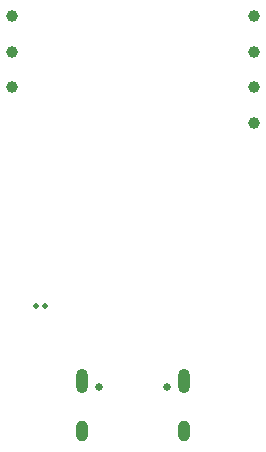
<source format=gbr>
%TF.GenerationSoftware,KiCad,Pcbnew,8.0.8*%
%TF.CreationDate,2025-07-23T19:23:50+02:00*%
%TF.ProjectId,liz_sensor,6c697a5f-7365-46e7-936f-722e6b696361,rev?*%
%TF.SameCoordinates,Original*%
%TF.FileFunction,Soldermask,Bot*%
%TF.FilePolarity,Negative*%
%FSLAX46Y46*%
G04 Gerber Fmt 4.6, Leading zero omitted, Abs format (unit mm)*
G04 Created by KiCad (PCBNEW 8.0.8) date 2025-07-23 19:23:50*
%MOMM*%
%LPD*%
G01*
G04 APERTURE LIST*
%ADD10C,1.000000*%
%ADD11C,0.499999*%
%ADD12C,0.650000*%
%ADD13O,1.000000X2.100000*%
%ADD14O,1.000000X1.800000*%
G04 APERTURE END LIST*
D10*
%TO.C,GND1*%
X142250000Y-87250000D03*
%TD*%
%TO.C,SDA1*%
X162750000Y-90250000D03*
%TD*%
%TO.C,GND2*%
X162750000Y-93250000D03*
%TD*%
%TO.C,SCL1*%
X162750000Y-87250000D03*
%TD*%
%TO.C,3V3*%
X162750000Y-84250000D03*
%TD*%
%TO.C,GPIO1*%
X142250000Y-90250000D03*
%TD*%
D11*
%TO.C,PS1*%
X145049998Y-108750000D03*
X144250000Y-108750000D03*
%TD*%
D10*
%TO.C,12VP1*%
X142250000Y-84250000D03*
%TD*%
D12*
%TO.C,J1*%
X149610000Y-115645000D03*
X155390000Y-115645000D03*
D13*
X148180000Y-115145000D03*
D14*
X148180000Y-119325000D03*
D13*
X156820000Y-115145000D03*
D14*
X156820000Y-119325000D03*
%TD*%
M02*

</source>
